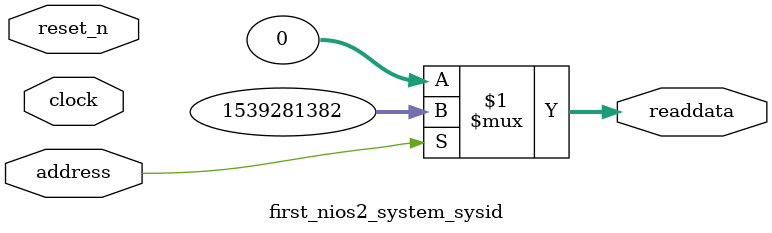
<source format=v>

`timescale 1ns / 1ps
// synthesis translate_on

// turn off superfluous verilog processor warnings 
// altera message_level Level1 
// altera message_off 10034 10035 10036 10037 10230 10240 10030 

module first_nios2_system_sysid (
               // inputs:
                address,
                clock,
                reset_n,

               // outputs:
                readdata
             )
;

  output  [ 31: 0] readdata;
  input            address;
  input            clock;
  input            reset_n;

  wire    [ 31: 0] readdata;
  //control_slave, which is an e_avalon_slave
  assign readdata = address ? 1539281382 : 0;

endmodule




</source>
